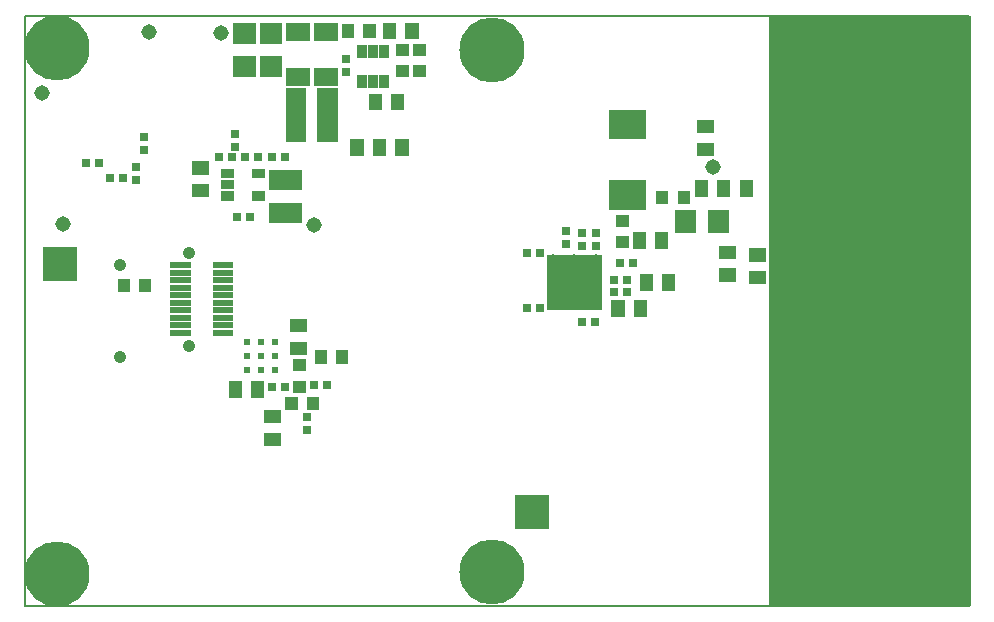
<source format=gbs>
*
%FSLAX26Y26*%
%MOIN*%
%ADD10C,0.043750*%
%ADD11R,0.020250X0.020250*%
%ADD12R,0.040250X0.040250*%
%ADD13R,0.044000X0.044000*%
%ADD14R,0.028000X0.028000*%
%ADD15R,0.067500X0.067500*%
%ADD16R,0.099250X0.099250*%
%ADD17R,0.067750X0.067750*%
%ADD18R,0.150250X0.150250*%
%ADD19C,0.051750*%
%ADD20C,0.032000*%
%ADD21C,0.024000*%
%ADD22R,0.059750X0.059750*%
%ADD23R,0.032250X0.032250*%
%ADD24R,0.043750X0.043750*%
%ADD25C,0.217000*%
%ADD26C,0.047500*%
%ADD27C,0.037500*%
%ADD28C,0.139750*%
%ADD29C,0.084700*%
%ADD30R,0.001000X0.001000*%
%ADD31C,0.000750*%
%ADD32R,0.000750X0.000750*%
%ADD33C,0.001750*%
%ADD34C,0.001500*%
%ADD35C,0.006000*%
%ADD36C,0.041465*%
%ADD37C,0.143827*%
%ADD38C,0.088748*%
%ADD39R,0.118110X0.118110*%
%ADD40R,0.181102X0.181102*%
%ADD41R,0.671260X0.671260*%
%IPPOS*%
%LNbs*%
%LPD*%
G75*
G54D10*
X1832677Y1086614D03*
G54D11*
X496060Y986122D02*
X543310D01*
X637792D02*
X685042D01*
X496060Y961122D02*
X543310D01*
X637792D02*
X685042D01*
X496060Y936122D02*
X543310D01*
X637792D02*
X685042D01*
X637792Y911122D02*
X685042D01*
X496060D02*
X543310D01*
G54D12*
X1059055Y828834D02*
Y832584D01*
X2196850Y1360330D02*
Y1364080D01*
X1315054Y1783465D02*
X1318804D01*
G54D13*
X2263685Y1598425D02*
X2275685D01*
X2436913Y1096457D02*
X2448913D01*
X820772Y557087D02*
X832772D01*
X907386Y935039D02*
X919386D01*
X580614Y1460630D02*
X592614D01*
X580614Y1385827D02*
X592614D01*
X2336520Y1179134D02*
X2348520D01*
G54D14*
X940945Y586614D03*
X1070866Y1779528D03*
X1857283Y1244094D03*
X1803150Y1250984D03*
X1905512Y1244094D03*
X1007874Y738189D03*
X2007874Y1086614D03*
X868110Y1496063D03*
X2029528Y1144685D03*
X1675197Y995079D03*
Y1178150D03*
X2007874Y1047244D03*
X1858268Y948819D03*
G54D13*
X701772Y716441D02*
Y728441D01*
X1291339Y1911323D02*
Y1923323D01*
X1244094Y1675102D02*
Y1687102D01*
X2053150Y986126D02*
Y998126D01*
X2124016Y1212504D02*
Y1224504D01*
X2147638Y1072740D02*
Y1084740D01*
X1257874Y1523528D02*
Y1535528D01*
G54D15*
X1009843Y1580670D02*
Y1694920D01*
X903543Y1580670D02*
Y1694920D01*
G54D16*
X1998093Y1606299D02*
X2021593D01*
G54D17*
X728408Y1799213D02*
X736158D01*
X816991D02*
X824741D01*
X848454Y1421260D02*
X891704D01*
X2312992Y1279590D02*
Y1287340D01*
X2202756Y1279590D02*
Y1287340D01*
G54D18*
X2555035Y955674D02*
Y1006924D01*
G54D19*
X2641732Y37402D03*
X653543Y1909449D03*
G54D20*
X2614260Y1065890D03*
Y897386D03*
X1903543Y1015748D03*
X1832677D03*
X1761811Y1086614D03*
Y1157480D03*
Y1015748D03*
X1832677Y1157480D03*
X1903543Y1086614D03*
Y1157480D03*
G54D21*
X787402Y834646D03*
Y881890D03*
X834646D03*
Y834646D03*
Y787402D03*
X787402D03*
X740157D03*
Y834646D03*
Y881890D03*
G54D22*
X994062Y1763780D02*
X1013812D01*
X901542D02*
X921292D01*
G54D23*
X1124016Y1742156D02*
Y1753906D01*
X671290Y1405512D02*
X683040D01*
G54D11*
X496060Y1136122D02*
X543310D01*
X637792D02*
X685042D01*
X496060Y1111122D02*
X543310D01*
X637792D02*
X685042D01*
X496060Y1086122D02*
X543310D01*
X637792D02*
X685042D01*
X496060Y1061122D02*
X543310D01*
X637792D02*
X685042D01*
X496060Y1036122D02*
X543310D01*
X637792D02*
X685042D01*
X496060Y1011122D02*
X543310D01*
X637792D02*
X685042D01*
G54D12*
X988189Y828834D02*
Y832584D01*
X1149606Y1915448D02*
Y1919198D01*
X1078740Y1915448D02*
Y1919198D01*
X2125984Y1360330D02*
Y1364080D01*
X889764Y675290D02*
Y679040D01*
X960630Y675290D02*
Y679040D01*
X401575Y1067023D02*
Y1070773D01*
X330709Y1067023D02*
Y1070773D01*
X915448Y803150D02*
X919198D01*
X915448Y732283D02*
X919198D01*
X1992219Y1214567D02*
X1995969D01*
X1992219Y1285433D02*
X1995969D01*
X1315054Y1854331D02*
X1318804D01*
X1257968D02*
X1261718D01*
X1257968Y1783465D02*
X1261718D01*
G54D13*
X2263685Y1523622D02*
X2275685D01*
X2436913Y1171260D02*
X2448913D01*
X820772Y631890D02*
X832772D01*
X907386Y860236D02*
X919386D01*
X2336520Y1104331D02*
X2348520D01*
G54D14*
X940945Y629921D03*
X1070866Y1822835D03*
X1857283Y1200787D03*
X397638Y1519685D03*
Y1562992D03*
X702756Y1572835D03*
Y1529528D03*
X370079Y1421260D03*
Y1464567D03*
X1803150Y1207677D03*
X1905512Y1200787D03*
X964567Y738189D03*
X868110Y732283D03*
X824803D03*
X706693Y1297244D03*
X750000D03*
X285433Y1429134D03*
X328740D03*
X1964567Y1086614D03*
X735236Y1496063D03*
X778543D03*
X824803D03*
X1986220Y1144685D03*
X1718504Y995079D03*
Y1178150D03*
X1964567Y1047244D03*
X1901575Y948819D03*
X204724Y1476378D03*
X248031D03*
X690945Y1496063D03*
X647638D03*
G54D13*
X776575Y716441D02*
Y728441D01*
X2405512Y1385732D02*
Y1397732D01*
X1216535Y1911323D02*
Y1923323D01*
X1169291Y1675102D02*
Y1687102D01*
X1978346Y986126D02*
Y998126D01*
X2330709Y1385732D02*
Y1397732D01*
X2255906Y1385732D02*
Y1397732D01*
X2049213Y1212504D02*
Y1224504D01*
X2072835Y1072740D02*
Y1084740D01*
X1108268Y1523528D02*
Y1535528D01*
X1183071Y1523528D02*
Y1535528D01*
G54D16*
X1998093Y1370079D02*
X2021593D01*
G54D17*
X728408Y1909449D02*
X736158D01*
X816991D02*
X824741D01*
X848454Y1311024D02*
X891704D01*
G54D24*
X118110Y1141732D03*
X1692913Y314961D03*
X2795276Y1850394D03*
G54D25*
X1557087Y114173D03*
X108268Y1862205D03*
X3041339D03*
X1557087Y1854331D03*
X108268Y106299D03*
X3041339D03*
G54D19*
X413386Y1913386D03*
X964567Y1269685D03*
X59055Y1712598D03*
X2295276Y1464567D03*
X2639764Y1893701D03*
X127953Y1275591D03*
G54D22*
X994062Y1913386D02*
X1013812D01*
X901542D02*
X921292D01*
G54D23*
X1161417Y1844519D02*
Y1856269D01*
X1124016Y1844519D02*
Y1856269D01*
X1161417Y1742156D02*
Y1753906D01*
X1198819Y1742156D02*
Y1753906D01*
Y1844519D02*
Y1856269D01*
X671290Y1442913D02*
X683040D01*
X773653Y1368110D02*
X785403D01*
X773653Y1442913D02*
X785403D01*
X671290Y1368110D02*
X683040D01*
G54D26*
X2789370Y1482283D03*
G54D27*
X318898Y829724D03*
X547244Y869094D03*
Y1178150D03*
X318898Y1138780D03*
G54D28*
X3041339Y629921D03*
Y1338583D03*
G54D29*
X2559055Y551151D02*
Y629951D01*
Y1338553D02*
Y1417353D01*
%LPC*%
G75*
X2559055Y1417353D02*
G54D30*
X1038900Y852989D02*
Y808429D01*
G54D31*
X557801Y1363963D02*
X559525Y1363249D01*
G54D30*
X2168836Y1321509D02*
Y1245420D01*
G54D32*
X594118Y945382D02*
Y952256D01*
X706323Y1325302D02*
Y1332178D01*
X1195252Y1641233D02*
Y1634357D01*
X594118Y978846D02*
Y985720D01*
Y911917D02*
Y918791D01*
G54D33*
X2144356Y1385378D02*
X2147283Y1382451D01*
X2069430Y1319269D02*
X2072403Y1322241D01*
G54D32*
X401076Y1109866D02*
X394200D01*
G54D31*
X1081624Y1108856D02*
X1076183Y1103416D01*
X652108Y404640D02*
X646767Y409982D01*
G54D32*
X662849Y403168D02*
X656049D01*
G54D31*
X672132Y409982D02*
X666785Y404637D01*
G54D32*
X673599Y420760D02*
Y413886D01*
G54D31*
X666731Y430051D02*
X672177Y424605D01*
G54D32*
X741627Y1523252D02*
X734751D01*
G54D34*
X1138598Y1873497D02*
X1141244Y1870851D01*
G54D32*
X699242Y1384562D02*
Y1351658D01*
%LPD*%
G75*
X699242Y1351658D02*
G54D35*
X0Y0D02*
Y1968504D01*
Y0D02*
X3149606D01*
Y1968504D01*
X0D02*
X3149606D01*
G54D36*
X318898Y829724D03*
X547244Y869094D03*
Y1178150D03*
X318898Y1138780D03*
G54D37*
X3041339Y629921D03*
Y1338583D03*
G54D38*
X2559055Y551181D02*
Y629921D01*
Y1338583D02*
Y1417323D01*
G54D39*
X118110Y1141732D03*
X1692913Y314961D03*
G54D40*
X1832677Y1078953D02*
Y1080708D01*
G54D41*
X2817913Y335630D02*
Y1632874D01*
M02*

</source>
